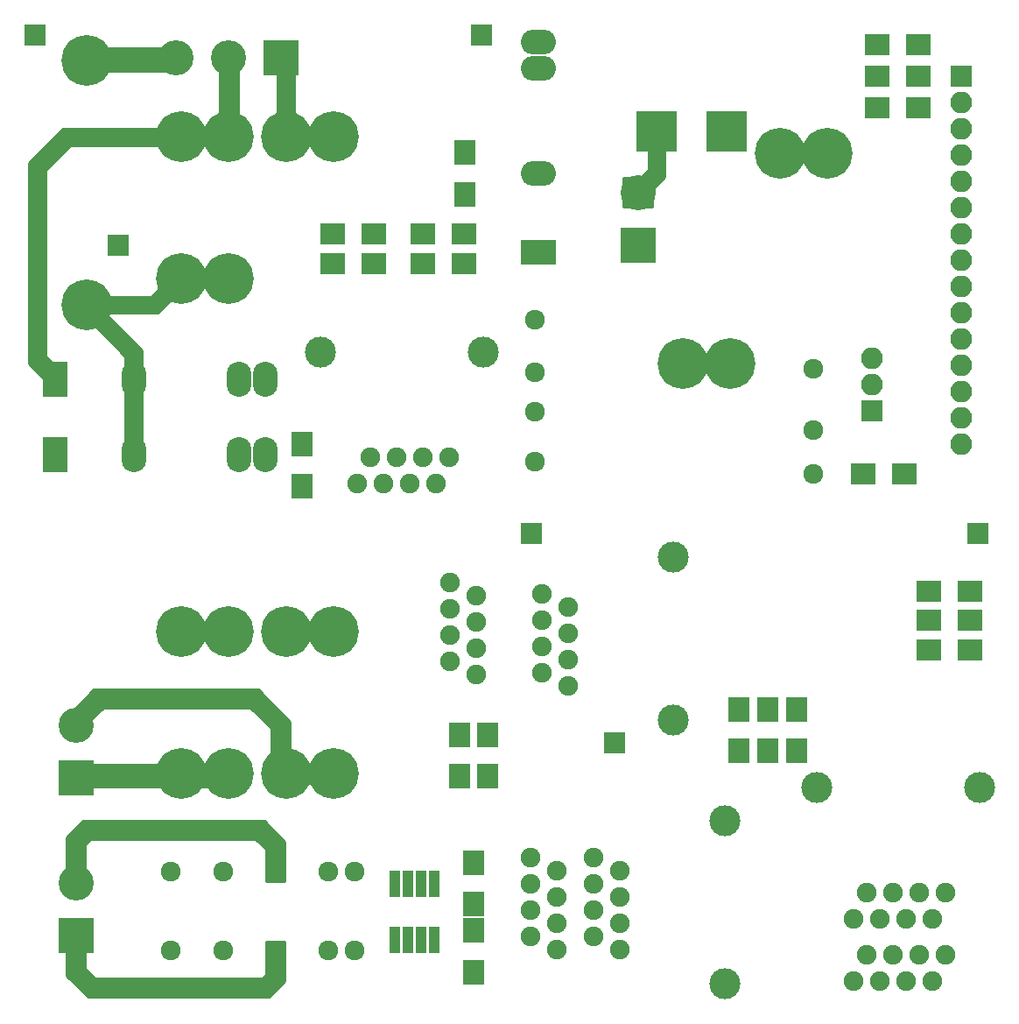
<source format=gts>
G04 #@! TF.FileFunction,Soldermask,Top*
%FSLAX46Y46*%
G04 Gerber Fmt 4.6, Leading zero omitted, Abs format (unit mm)*
G04 Created by KiCad (PCBNEW 4.0.7) date 05/06/18 13:24:53*
%MOMM*%
%LPD*%
G01*
G04 APERTURE LIST*
%ADD10C,0.100000*%
%ADD11C,1.900000*%
%ADD12R,3.400000X3.400000*%
%ADD13C,3.400000*%
%ADD14R,2.400000X2.100000*%
%ADD15R,2.100000X2.100000*%
%ADD16O,2.100000X2.100000*%
%ADD17C,3.000000*%
%ADD18R,2.100000X2.400000*%
%ADD19R,3.900000X3.900000*%
%ADD20R,2.400000X3.400000*%
%ADD21O,2.400000X3.400000*%
%ADD22R,3.400000X2.400000*%
%ADD23O,3.400000X2.400000*%
%ADD24C,1.924000*%
%ADD25C,4.900880*%
%ADD26R,1.000000X2.600000*%
%ADD27C,0.254000*%
G04 APERTURE END LIST*
D10*
D11*
X84963000Y-133540500D03*
X84963000Y-131000500D03*
X84963000Y-128460500D03*
X84963000Y-125920500D03*
X87503000Y-134810500D03*
X87503000Y-132270500D03*
X87503000Y-129730500D03*
X87503000Y-127190500D03*
D12*
X48768000Y-144780000D03*
D13*
X48768000Y-139700000D03*
D12*
X48768000Y-160020000D03*
D13*
X48768000Y-154940000D03*
D14*
X77565000Y-92202000D03*
X73565000Y-92202000D03*
D15*
X125730000Y-109347000D03*
D16*
X125730000Y-106807000D03*
X125730000Y-104267000D03*
D15*
X134366000Y-76962000D03*
D16*
X134366000Y-79502000D03*
X134366000Y-82042000D03*
X134366000Y-84582000D03*
X134366000Y-87122000D03*
X134366000Y-89662000D03*
X134366000Y-92202000D03*
X134366000Y-94742000D03*
X134366000Y-97282000D03*
X134366000Y-99822000D03*
X134366000Y-102362000D03*
X134366000Y-104902000D03*
X134366000Y-107442000D03*
X134366000Y-109982000D03*
X134366000Y-112522000D03*
D14*
X126270000Y-73914000D03*
X130270000Y-73914000D03*
X126270000Y-80010000D03*
X130270000Y-80010000D03*
X126270000Y-76962000D03*
X130270000Y-76962000D03*
D12*
X103124000Y-93281500D03*
D13*
X103124000Y-88201500D03*
D11*
X77216000Y-113792000D03*
X79756000Y-113792000D03*
X82296000Y-113792000D03*
X84836000Y-113792000D03*
X75946000Y-116332000D03*
X78486000Y-116332000D03*
X81026000Y-116332000D03*
X83566000Y-116332000D03*
D17*
X88138000Y-103632000D03*
X72390000Y-103632000D03*
D12*
X68580000Y-75184000D03*
D13*
X63500000Y-75184000D03*
X58420000Y-75184000D03*
D14*
X82328000Y-92202000D03*
X86328000Y-92202000D03*
X77565000Y-92202000D03*
X73565000Y-92202000D03*
D18*
X86360000Y-84360000D03*
X86360000Y-88360000D03*
X70612000Y-116554000D03*
X70612000Y-112554000D03*
D19*
X111731000Y-82296000D03*
X104931000Y-82296000D03*
D12*
X48768000Y-160020000D03*
D13*
X48768000Y-154940000D03*
D11*
X125222000Y-155892500D03*
X127762000Y-155892500D03*
X130302000Y-155892500D03*
X132842000Y-155892500D03*
X123952000Y-158432500D03*
X126492000Y-158432500D03*
X129032000Y-158432500D03*
X131572000Y-158432500D03*
D17*
X136144000Y-145732500D03*
X120396000Y-145732500D03*
D20*
X46736000Y-106299000D03*
D21*
X54356000Y-106299000D03*
X64516000Y-106299000D03*
X67056000Y-106299000D03*
D20*
X46736000Y-113538000D03*
D21*
X54356000Y-113538000D03*
X64516000Y-113538000D03*
X67056000Y-113538000D03*
D22*
X93472000Y-93980000D03*
D23*
X93472000Y-86360000D03*
X93472000Y-76200000D03*
X93472000Y-73660000D03*
D24*
X120078500Y-111188500D03*
X93154500Y-114236500D03*
X93154500Y-109410500D03*
X93154500Y-100520500D03*
X93154500Y-105600500D03*
X120078500Y-115379500D03*
X120078500Y-105219500D03*
D25*
X69088000Y-144399000D03*
X116840000Y-84455000D03*
X73660000Y-144399000D03*
X107442000Y-104775000D03*
X121412000Y-84455000D03*
X63500000Y-144399000D03*
X58928000Y-144399000D03*
X69088000Y-130683000D03*
X73660000Y-130683000D03*
X63500000Y-130683000D03*
X58928000Y-130683000D03*
X73660000Y-82804000D03*
X63500000Y-82804000D03*
X112014000Y-104775000D03*
X69088000Y-82804000D03*
X58928000Y-82804000D03*
X63500000Y-96520000D03*
X58928000Y-96520000D03*
X49784000Y-75438000D03*
X49784000Y-99060000D03*
X69088000Y-144399000D03*
X73660000Y-144399000D03*
X63500000Y-144399000D03*
X58928000Y-144399000D03*
X69088000Y-130683000D03*
X73660000Y-130683000D03*
X63500000Y-130683000D03*
X58928000Y-130683000D03*
X58928000Y-82804000D03*
D18*
X88582500Y-144621000D03*
X88582500Y-140621000D03*
X85852000Y-144621000D03*
X85852000Y-140621000D03*
D14*
X86328000Y-95059500D03*
X82328000Y-95059500D03*
X73565000Y-95123000D03*
X77565000Y-95123000D03*
X124936500Y-115443000D03*
X128936500Y-115443000D03*
D25*
X58928000Y-82804000D03*
D15*
X44831000Y-73025000D03*
X88011000Y-73025000D03*
X52895500Y-93281500D03*
D14*
X135286500Y-132397500D03*
X131286500Y-132397500D03*
X135286500Y-129540000D03*
X131286500Y-129540000D03*
X135286500Y-126746000D03*
X131286500Y-126746000D03*
D18*
X118491000Y-142144500D03*
X118491000Y-138144500D03*
X115697000Y-142144500D03*
X115697000Y-138144500D03*
X112903000Y-142144500D03*
X112903000Y-138144500D03*
D25*
X58928000Y-82804000D03*
D11*
X96393000Y-128270000D03*
X96393000Y-130810000D03*
X96393000Y-133350000D03*
X96393000Y-135890000D03*
X93853000Y-127000000D03*
X93853000Y-129540000D03*
X93853000Y-132080000D03*
X93853000Y-134620000D03*
D17*
X106553000Y-139192000D03*
X106553000Y-123444000D03*
D15*
X100901500Y-141414500D03*
X136017000Y-121158000D03*
X92837000Y-121158000D03*
D11*
X125222000Y-161925000D03*
X127762000Y-161925000D03*
X130302000Y-161925000D03*
X132842000Y-161925000D03*
X123952000Y-164465000D03*
X126492000Y-164465000D03*
X129032000Y-164465000D03*
X131572000Y-164465000D03*
X101346000Y-153797000D03*
X101346000Y-156337000D03*
X101346000Y-158877000D03*
X101346000Y-161417000D03*
X98806000Y-152527000D03*
X98806000Y-155067000D03*
X98806000Y-157607000D03*
X98806000Y-160147000D03*
D17*
X111506000Y-164719000D03*
X111506000Y-148971000D03*
D11*
X95250000Y-153797000D03*
X95250000Y-156337000D03*
X95250000Y-158877000D03*
X95250000Y-161417000D03*
X92710000Y-152527000D03*
X92710000Y-155067000D03*
X92710000Y-157607000D03*
X92710000Y-160147000D03*
D18*
X87249000Y-153003500D03*
X87249000Y-157003500D03*
X87249000Y-163544000D03*
X87249000Y-159544000D03*
D26*
X80899000Y-160434000D03*
X80899000Y-155034000D03*
X79629000Y-160434000D03*
X82169000Y-160434000D03*
X83439000Y-160434000D03*
X79629000Y-155034000D03*
X82169000Y-155034000D03*
X83439000Y-155034000D03*
D24*
X75692000Y-161480500D03*
X73152000Y-161480500D03*
X68072000Y-161480500D03*
X62992000Y-161480500D03*
X57912000Y-161480500D03*
X75692000Y-153860500D03*
X73152000Y-153860500D03*
X68072000Y-153860500D03*
X62992000Y-153860500D03*
X57912000Y-153860500D03*
D27*
G36*
X59309000Y-76454000D02*
X48895000Y-76454000D01*
X48895000Y-74295000D01*
X59309000Y-74295000D01*
X59309000Y-76454000D01*
X59309000Y-76454000D01*
G37*
X59309000Y-76454000D02*
X48895000Y-76454000D01*
X48895000Y-74295000D01*
X59309000Y-74295000D01*
X59309000Y-76454000D01*
G36*
X64389000Y-145669000D02*
X47371000Y-145669000D01*
X47371000Y-143510000D01*
X64389000Y-143510000D01*
X64389000Y-145669000D01*
X64389000Y-145669000D01*
G37*
X64389000Y-145669000D02*
X47371000Y-145669000D01*
X47371000Y-143510000D01*
X64389000Y-143510000D01*
X64389000Y-145669000D01*
G36*
X68961000Y-150928606D02*
X68961000Y-154813000D01*
X67183000Y-154813000D01*
X67183000Y-151765000D01*
X67172994Y-151715590D01*
X67145803Y-151675197D01*
X66256803Y-150786197D01*
X66214789Y-150758334D01*
X66167000Y-150749000D01*
X50165000Y-150749000D01*
X50115590Y-150759006D01*
X50075197Y-150786197D01*
X49694197Y-151167197D01*
X49666334Y-151209211D01*
X49657000Y-151257000D01*
X49657000Y-155829000D01*
X47879000Y-155829000D01*
X47879000Y-150547606D01*
X49455606Y-148971000D01*
X67003394Y-148971000D01*
X68961000Y-150928606D01*
X68961000Y-150928606D01*
G37*
X68961000Y-150928606D02*
X68961000Y-154813000D01*
X67183000Y-154813000D01*
X67183000Y-151765000D01*
X67172994Y-151715590D01*
X67145803Y-151675197D01*
X66256803Y-150786197D01*
X66214789Y-150758334D01*
X66167000Y-150749000D01*
X50165000Y-150749000D01*
X50115590Y-150759006D01*
X50075197Y-150786197D01*
X49694197Y-151167197D01*
X49666334Y-151209211D01*
X49657000Y-151257000D01*
X49657000Y-155829000D01*
X47879000Y-155829000D01*
X47879000Y-150547606D01*
X49455606Y-148971000D01*
X67003394Y-148971000D01*
X68961000Y-150928606D01*
G36*
X49657000Y-163195000D02*
X49667006Y-163244410D01*
X49694197Y-163284803D01*
X50583197Y-164173803D01*
X50625211Y-164201666D01*
X50673000Y-164211000D01*
X66675000Y-164211000D01*
X66724410Y-164200994D01*
X66764803Y-164173803D01*
X67145803Y-163792803D01*
X67173666Y-163750789D01*
X67183000Y-163703000D01*
X67183000Y-160655000D01*
X68961000Y-160655000D01*
X68961000Y-164412394D01*
X67384394Y-165989000D01*
X49963606Y-165989000D01*
X47879000Y-163904394D01*
X47879000Y-159131000D01*
X49657000Y-159131000D01*
X49657000Y-163195000D01*
X49657000Y-163195000D01*
G37*
X49657000Y-163195000D02*
X49667006Y-163244410D01*
X49694197Y-163284803D01*
X50583197Y-164173803D01*
X50625211Y-164201666D01*
X50673000Y-164211000D01*
X66675000Y-164211000D01*
X66724410Y-164200994D01*
X66764803Y-164173803D01*
X67145803Y-163792803D01*
X67173666Y-163750789D01*
X67183000Y-163703000D01*
X67183000Y-160655000D01*
X68961000Y-160655000D01*
X68961000Y-164412394D01*
X67384394Y-165989000D01*
X49963606Y-165989000D01*
X47879000Y-163904394D01*
X47879000Y-159131000D01*
X49657000Y-159131000D01*
X49657000Y-163195000D01*
G36*
X69469000Y-139371606D02*
X69469000Y-143383000D01*
X69479006Y-143432410D01*
X69507447Y-143474035D01*
X69549841Y-143501315D01*
X69596000Y-143510000D01*
X74549000Y-143510000D01*
X74549000Y-145288000D01*
X67691000Y-145288000D01*
X67691000Y-140081000D01*
X67680994Y-140031590D01*
X67653803Y-139991197D01*
X65748803Y-138086197D01*
X65706789Y-138058334D01*
X65659000Y-138049000D01*
X51435000Y-138049000D01*
X51385590Y-138059006D01*
X51347414Y-138084034D01*
X48717200Y-140589000D01*
X47931606Y-140589000D01*
X47471858Y-140129252D01*
X47149919Y-139592687D01*
X50471606Y-136271000D01*
X66368394Y-136271000D01*
X69469000Y-139371606D01*
X69469000Y-139371606D01*
G37*
X69469000Y-139371606D02*
X69469000Y-143383000D01*
X69479006Y-143432410D01*
X69507447Y-143474035D01*
X69549841Y-143501315D01*
X69596000Y-143510000D01*
X74549000Y-143510000D01*
X74549000Y-145288000D01*
X67691000Y-145288000D01*
X67691000Y-140081000D01*
X67680994Y-140031590D01*
X67653803Y-139991197D01*
X65748803Y-138086197D01*
X65706789Y-138058334D01*
X65659000Y-138049000D01*
X51435000Y-138049000D01*
X51385590Y-138059006D01*
X51347414Y-138084034D01*
X48717200Y-140589000D01*
X47931606Y-140589000D01*
X47471858Y-140129252D01*
X47149919Y-139592687D01*
X50471606Y-136271000D01*
X66368394Y-136271000D01*
X69469000Y-139371606D01*
G36*
X106553000Y-83947000D02*
X105854500Y-83947000D01*
X105805090Y-83957006D01*
X105763465Y-83985447D01*
X105736185Y-84027841D01*
X105727500Y-84074000D01*
X105727500Y-86688394D01*
X104558197Y-87857697D01*
X104530334Y-87899711D01*
X104521000Y-87947500D01*
X104521000Y-89598500D01*
X101727000Y-89598500D01*
X101727000Y-86804500D01*
X103314500Y-86804500D01*
X103363910Y-86794494D01*
X103404303Y-86767303D01*
X104102803Y-86068803D01*
X104130666Y-86026789D01*
X104140000Y-85979000D01*
X104140000Y-84074000D01*
X104129994Y-84024590D01*
X104101553Y-83982965D01*
X104059159Y-83955685D01*
X104013000Y-83947000D01*
X103251000Y-83947000D01*
X103251000Y-80645000D01*
X106553000Y-80645000D01*
X106553000Y-83947000D01*
X106553000Y-83947000D01*
G37*
X106553000Y-83947000D02*
X105854500Y-83947000D01*
X105805090Y-83957006D01*
X105763465Y-83985447D01*
X105736185Y-84027841D01*
X105727500Y-84074000D01*
X105727500Y-86688394D01*
X104558197Y-87857697D01*
X104530334Y-87899711D01*
X104521000Y-87947500D01*
X104521000Y-89598500D01*
X101727000Y-89598500D01*
X101727000Y-86804500D01*
X103314500Y-86804500D01*
X103363910Y-86794494D01*
X103404303Y-86767303D01*
X104102803Y-86068803D01*
X104130666Y-86026789D01*
X104140000Y-85979000D01*
X104140000Y-84074000D01*
X104129994Y-84024590D01*
X104101553Y-83982965D01*
X104059159Y-83955685D01*
X104013000Y-83947000D01*
X103251000Y-83947000D01*
X103251000Y-80645000D01*
X106553000Y-80645000D01*
X106553000Y-83947000D01*
G36*
X64452500Y-76386593D02*
X64452500Y-80899000D01*
X62674500Y-80899000D01*
X62674500Y-76331031D01*
X64452500Y-76386593D01*
X64452500Y-76386593D01*
G37*
X64452500Y-76386593D02*
X64452500Y-80899000D01*
X62674500Y-80899000D01*
X62674500Y-76331031D01*
X64452500Y-76386593D01*
G36*
X56832500Y-83629500D02*
X48260000Y-83629500D01*
X48210590Y-83639506D01*
X48170197Y-83666697D01*
X45884197Y-85952697D01*
X45856334Y-85994711D01*
X45847000Y-86042500D01*
X45847000Y-104013000D01*
X45857006Y-104062410D01*
X45884197Y-104102803D01*
X46874539Y-105093145D01*
X45781168Y-106244062D01*
X44259500Y-104722394D01*
X44259500Y-85333106D01*
X47550606Y-82042000D01*
X56832500Y-82042000D01*
X56832500Y-83629500D01*
X56832500Y-83629500D01*
G37*
X56832500Y-83629500D02*
X48260000Y-83629500D01*
X48210590Y-83639506D01*
X48170197Y-83666697D01*
X45884197Y-85952697D01*
X45856334Y-85994711D01*
X45847000Y-86042500D01*
X45847000Y-104013000D01*
X45857006Y-104062410D01*
X45884197Y-104102803D01*
X46874539Y-105093145D01*
X45781168Y-106244062D01*
X44259500Y-104722394D01*
X44259500Y-85333106D01*
X47550606Y-82042000D01*
X56832500Y-82042000D01*
X56832500Y-83629500D01*
G36*
X58038117Y-98496006D02*
X56654470Y-99822000D01*
X51879500Y-99822000D01*
X51830090Y-99832006D01*
X51788465Y-99860447D01*
X51761185Y-99902841D01*
X51752548Y-99952509D01*
X51763916Y-100001623D01*
X51789697Y-100038803D01*
X55181500Y-103430606D01*
X55181500Y-112522000D01*
X53530500Y-112522000D01*
X53530500Y-104076500D01*
X53520494Y-104027090D01*
X53493303Y-103986697D01*
X50632934Y-101126328D01*
X51836478Y-98298000D01*
X56007000Y-98298000D01*
X56056410Y-98287994D01*
X56096803Y-98260803D01*
X56841033Y-97516573D01*
X58038117Y-98496006D01*
X58038117Y-98496006D01*
G37*
X58038117Y-98496006D02*
X56654470Y-99822000D01*
X51879500Y-99822000D01*
X51830090Y-99832006D01*
X51788465Y-99860447D01*
X51761185Y-99902841D01*
X51752548Y-99952509D01*
X51763916Y-100001623D01*
X51789697Y-100038803D01*
X55181500Y-103430606D01*
X55181500Y-112522000D01*
X53530500Y-112522000D01*
X53530500Y-104076500D01*
X53520494Y-104027090D01*
X53493303Y-103986697D01*
X50632934Y-101126328D01*
X51836478Y-98298000D01*
X56007000Y-98298000D01*
X56056410Y-98287994D01*
X56096803Y-98260803D01*
X56841033Y-97516573D01*
X58038117Y-98496006D01*
G36*
X69913500Y-80767696D02*
X68262500Y-80712662D01*
X68262500Y-76771500D01*
X69913500Y-76771500D01*
X69913500Y-80767696D01*
X69913500Y-80767696D01*
G37*
X69913500Y-80767696D02*
X68262500Y-80712662D01*
X68262500Y-76771500D01*
X69913500Y-76771500D01*
X69913500Y-80767696D01*
M02*

</source>
